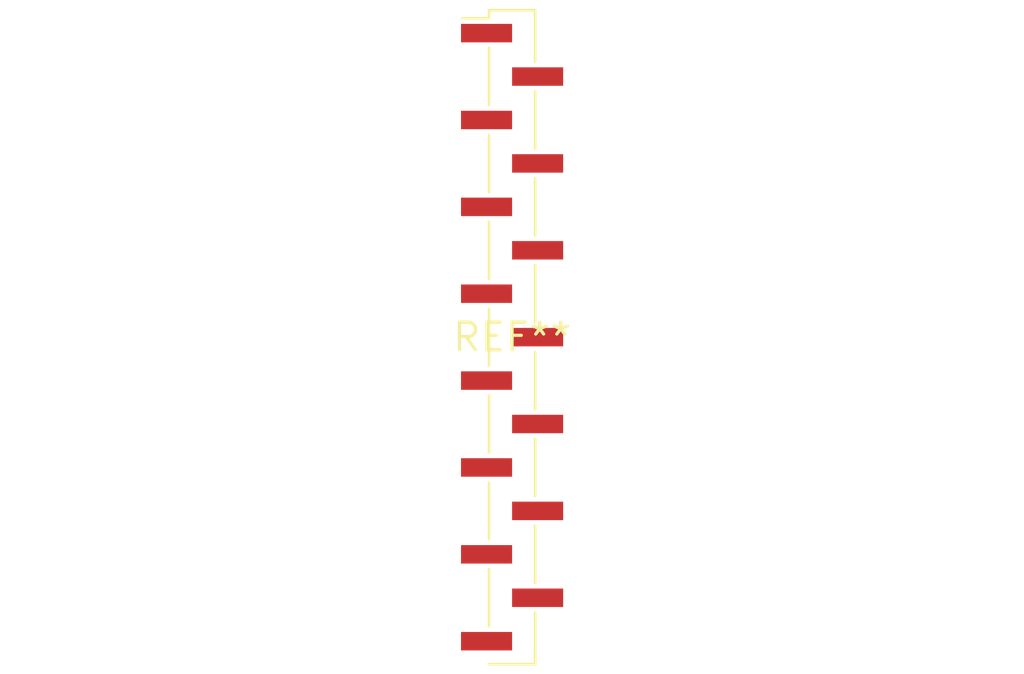
<source format=kicad_pcb>
(kicad_pcb (version 20240108) (generator pcbnew)
  (layers (0 "F.Cu" signal) (31 "B.Cu" signal) (34 "B.Paste" user) (35 "F.Paste" user) (36 "B.SilkS" user "B.Silkscreen") (37 "F.SilkS" user "F.Silkscreen") (38 "B.Mask" user) (39 "F.Mask" user) (44 "Edge.Cuts" user))
  (net 0 "")
  (footprint "PinHeader_1x15_P2.00mm_Vertical_SMD_Pin1Left" (layer "F.Cu") (at 0 0)
    (property "Reference" "REF**")
    (property "Value" "PinHeader_1x15_P2.00mm_Vertical_SMD_Pin1Left")
    (fp_line (start -1.06 -15.06) (end -1.06 -14.685) (layer "F.SilkS") (stroke (width 0.12)))
    (fp_line (start -1.06 -15.06) (end 1.06 -15.06) (layer "F.SilkS") (stroke (width 0.12)))
    (fp_line (start -1.06 -14.685) (end -2.29 -14.685) (layer "F.SilkS") (stroke (width 0.12)))
    (fp_line (start -1.06 -13.315) (end -1.06 -10.685) (layer "F.SilkS") (stroke (width 0.12)))
    (fp_line (start -1.06 -9.315) (end -1.06 -6.685) (layer "F.SilkS") (stroke (width 0.12)))
    (fp_line (start -1.06 -5.315) (end -1.06 -2.685) (layer "F.SilkS") (stroke (width 0.12)))
    (fp_line (start -1.06 -1.315) (end -1.06 1.315) (layer "F.SilkS") (stroke (width 0.12)))
    (fp_line (start -1.06 2.685) (end -1.06 5.315) (layer "F.SilkS") (stroke (width 0.12)))
    (fp_line (start -1.06 6.685) (end -1.06 9.315) (layer "F.SilkS") (stroke (width 0.12)))
    (fp_line (start -1.06 10.685) (end -1.06 13.315) (layer "F.SilkS") (stroke (width 0.12)))
    (fp_line (start -1.06 15.06) (end 1.06 15.06) (layer "F.SilkS") (stroke (width 0.12)))
    (fp_line (start 1.06 -15.06) (end 1.06 -12.685) (layer "F.SilkS") (stroke (width 0.12)))
    (fp_line (start 1.06 -11.315) (end 1.06 -8.685) (layer "F.SilkS") (stroke (width 0.12)))
    (fp_line (start 1.06 -7.315) (end 1.06 -4.685) (layer "F.SilkS") (stroke (width 0.12)))
    (fp_line (start 1.06 -3.315) (end 1.06 -0.685) (layer "F.SilkS") (stroke (width 0.12)))
    (fp_line (start 1.06 0.685) (end 1.06 3.315) (layer "F.SilkS") (stroke (width 0.12)))
    (fp_line (start 1.06 4.685) (end 1.06 7.315) (layer "F.SilkS") (stroke (width 0.12)))
    (fp_line (start 1.06 8.685) (end 1.06 11.315) (layer "F.SilkS") (stroke (width 0.12)))
    (fp_line (start 1.06 12.685) (end 1.06 15.06) (layer "F.SilkS") (stroke (width 0.12)))
    (fp_line (start 1.06 14.685) (end 1.06 15.06) (layer "F.SilkS") (stroke (width 0.12)))
    (pad "1" smd rect (at -1.175 -14) (size 2.35 0.85) (layers "F.Cu" "F.Paste" "F.Mask"))
    (pad "2" smd rect (at 1.175 -12) (size 2.35 0.85) (layers "F.Cu" "F.Paste" "F.Mask"))
    (pad "3" smd rect (at -1.175 -10) (size 2.35 0.85) (layers "F.Cu" "F.Paste" "F.Mask"))
    (pad "4" smd rect (at 1.175 -8) (size 2.35 0.85) (layers "F.Cu" "F.Paste" "F.Mask"))
    (pad "5" smd rect (at -1.175 -6) (size 2.35 0.85) (layers "F.Cu" "F.Paste" "F.Mask"))
    (pad "6" smd rect (at 1.175 -4) (size 2.35 0.85) (layers "F.Cu" "F.Paste" "F.Mask"))
    (pad "7" smd rect (at -1.175 -2) (size 2.35 0.85) (layers "F.Cu" "F.Paste" "F.Mask"))
    (pad "8" smd rect (at 1.175 0) (size 2.35 0.85) (layers "F.Cu" "F.Paste" "F.Mask"))
    (pad "9" smd rect (at -1.175 2) (size 2.35 0.85) (layers "F.Cu" "F.Paste" "F.Mask"))
    (pad "10" smd rect (at 1.175 4) (size 2.35 0.85) (layers "F.Cu" "F.Paste" "F.Mask"))
    (pad "11" smd rect (at -1.175 6) (size 2.35 0.85) (layers "F.Cu" "F.Paste" "F.Mask"))
    (pad "12" smd rect (at 1.175 8) (size 2.35 0.85) (layers "F.Cu" "F.Paste" "F.Mask"))
    (pad "13" smd rect (at -1.175 10) (size 2.35 0.85) (layers "F.Cu" "F.Paste" "F.Mask"))
    (pad "14" smd rect (at 1.175 12) (size 2.35 0.85) (layers "F.Cu" "F.Paste" "F.Mask"))
    (pad "15" smd rect (at -1.175 14) (size 2.35 0.85) (layers "F.Cu" "F.Paste" "F.Mask"))
  )
)
</source>
